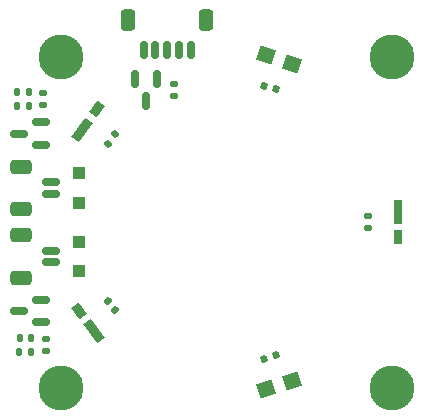
<source format=gbr>
%TF.GenerationSoftware,KiCad,Pcbnew,(6.0.7)*%
%TF.CreationDate,2022-10-21T23:46:11+08:00*%
%TF.ProjectId,pcb_middle,7063625f-6d69-4646-946c-652e6b696361,rev?*%
%TF.SameCoordinates,Original*%
%TF.FileFunction,Soldermask,Top*%
%TF.FilePolarity,Negative*%
%FSLAX46Y46*%
G04 Gerber Fmt 4.6, Leading zero omitted, Abs format (unit mm)*
G04 Created by KiCad (PCBNEW (6.0.7)) date 2022-10-21 23:46:11*
%MOMM*%
%LPD*%
G01*
G04 APERTURE LIST*
G04 Aperture macros list*
%AMRoundRect*
0 Rectangle with rounded corners*
0 $1 Rounding radius*
0 $2 $3 $4 $5 $6 $7 $8 $9 X,Y pos of 4 corners*
0 Add a 4 corners polygon primitive as box body*
4,1,4,$2,$3,$4,$5,$6,$7,$8,$9,$2,$3,0*
0 Add four circle primitives for the rounded corners*
1,1,$1+$1,$2,$3*
1,1,$1+$1,$4,$5*
1,1,$1+$1,$6,$7*
1,1,$1+$1,$8,$9*
0 Add four rect primitives between the rounded corners*
20,1,$1+$1,$2,$3,$4,$5,0*
20,1,$1+$1,$4,$5,$6,$7,0*
20,1,$1+$1,$6,$7,$8,$9,0*
20,1,$1+$1,$8,$9,$2,$3,0*%
%AMRotRect*
0 Rectangle, with rotation*
0 The origin of the aperture is its center*
0 $1 length*
0 $2 width*
0 $3 Rotation angle, in degrees counterclockwise*
0 Add horizontal line*
21,1,$1,$2,0,0,$3*%
G04 Aperture macros list end*
%ADD10RoundRect,0.150000X0.625000X-0.150000X0.625000X0.150000X-0.625000X0.150000X-0.625000X-0.150000X0*%
%ADD11RoundRect,0.250000X0.650000X-0.350000X0.650000X0.350000X-0.650000X0.350000X-0.650000X-0.350000X0*%
%ADD12C,3.800000*%
%ADD13C,2.600000*%
%ADD14RoundRect,0.135000X0.070317X-0.217958X0.229019X0.000477X-0.070317X0.217958X-0.229019X-0.000477X0*%
%ADD15RoundRect,0.135000X-0.185000X0.135000X-0.185000X-0.135000X0.185000X-0.135000X0.185000X0.135000X0*%
%ADD16RoundRect,0.150000X-0.150000X0.587500X-0.150000X-0.587500X0.150000X-0.587500X0.150000X0.587500X0*%
%ADD17RoundRect,0.150000X0.587500X0.150000X-0.587500X0.150000X-0.587500X-0.150000X0.587500X-0.150000X0*%
%ADD18RotRect,0.800000X2.000000X324.000000*%
%ADD19RotRect,0.800000X1.200000X324.000000*%
%ADD20R,1.000000X1.000000*%
%ADD21RoundRect,0.135000X-0.135000X-0.185000X0.135000X-0.185000X0.135000X0.185000X-0.135000X0.185000X0*%
%ADD22RoundRect,0.147500X-0.147500X-0.172500X0.147500X-0.172500X0.147500X0.172500X-0.147500X0.172500X0*%
%ADD23RoundRect,0.150000X-0.150000X-0.625000X0.150000X-0.625000X0.150000X0.625000X-0.150000X0.625000X0*%
%ADD24RoundRect,0.250000X-0.350000X-0.650000X0.350000X-0.650000X0.350000X0.650000X-0.350000X0.650000X0*%
%ADD25RoundRect,0.135000X0.229019X-0.000477X0.070317X0.217958X-0.229019X0.000477X-0.070317X-0.217958X0*%
%ADD26RotRect,1.350000X1.250000X198.000000*%
%ADD27RoundRect,0.135000X-0.185561X-0.134228X0.071224X-0.217663X0.185561X0.134228X-0.071224X0.217663X0*%
%ADD28RotRect,0.800000X2.000000X36.000000*%
%ADD29RotRect,0.800000X1.200000X36.000000*%
%ADD30R,0.800000X2.000000*%
%ADD31R,0.800000X1.200000*%
%ADD32RoundRect,0.135000X0.071224X0.217663X-0.185561X0.134228X-0.071224X-0.217663X0.185561X-0.134228X0*%
%ADD33RotRect,1.350000X1.250000X342.000000*%
G04 APERTURE END LIST*
D10*
%TO.C,J3*%
X-14874999Y-3399999D03*
X-14874999Y-2399999D03*
D11*
X-17399999Y-1099999D03*
X-17399999Y-4699999D03*
%TD*%
D12*
%TO.C,H1*%
X14000000Y14000001D03*
D13*
X14000000Y14000001D03*
%TD*%
D14*
%TO.C,R3*%
X-10007974Y6640824D03*
X-9408434Y7466022D03*
%TD*%
D15*
%TO.C,R2*%
X-15500000Y10910000D03*
X-15500000Y9890000D03*
%TD*%
D16*
%TO.C,Q2*%
X-5850000Y12137498D03*
X-7750000Y12137498D03*
X-6800000Y10262498D03*
%TD*%
D17*
%TO.C,Q3*%
X-15662500Y-8449998D03*
X-15662500Y-6549998D03*
X-17537500Y-7499998D03*
%TD*%
D18*
%TO.C,D2*%
X-12247997Y7810951D03*
D19*
X-10984259Y9550338D03*
%TD*%
D15*
%TO.C,R1*%
X12000001Y510000D03*
X12000001Y-510000D03*
%TD*%
D20*
%TO.C,D7*%
X-12500001Y-4150000D03*
X-12500001Y-1650000D03*
%TD*%
D21*
%TO.C,R10*%
X-17510000Y-11000000D03*
X-16490000Y-11000000D03*
%TD*%
D22*
%TO.C,D8*%
X-17685000Y9800001D03*
X-16715000Y9800001D03*
%TD*%
D20*
%TO.C,D3*%
X-12500000Y1650001D03*
X-12500000Y4150001D03*
%TD*%
D21*
%TO.C,R9*%
X-17710001Y11000000D03*
X-16690001Y11000000D03*
%TD*%
D23*
%TO.C,J1*%
X-7000002Y14575002D03*
X-6000002Y14575002D03*
X-5000002Y14575002D03*
X-4000002Y14575002D03*
X-3000002Y14575002D03*
D24*
X-1700002Y17100002D03*
X-8300002Y17100002D03*
%TD*%
D22*
%TO.C,D9*%
X-17484999Y-9800001D03*
X-16514999Y-9800001D03*
%TD*%
D13*
%TO.C,H3*%
X-14000000Y-14000001D03*
D12*
X-14000000Y-14000001D03*
%TD*%
D25*
%TO.C,R4*%
X-9408434Y-7466022D03*
X-10007974Y-6640824D03*
%TD*%
D26*
%TO.C,D6*%
X5598237Y-13427224D03*
X3363255Y-14153414D03*
%TD*%
D27*
%TO.C,R5*%
X3223165Y11570277D03*
X4193243Y11255079D03*
%TD*%
D12*
%TO.C,H4*%
X-14000001Y14000000D03*
D13*
X-14000001Y14000000D03*
%TD*%
D28*
%TO.C,D4*%
X-11213495Y-9234821D03*
D29*
X-12477233Y-7495434D03*
%TD*%
D30*
%TO.C,D1*%
X14500000Y880000D03*
D31*
X14500000Y-1270000D03*
%TD*%
D17*
%TO.C,Q1*%
X-15662500Y6550000D03*
X-15662500Y8450000D03*
X-17537500Y7500000D03*
%TD*%
D32*
%TO.C,R8*%
X4193243Y-11255079D03*
X3223165Y-11570277D03*
%TD*%
D10*
%TO.C,J2*%
X-14874999Y2400001D03*
X-14874999Y3400001D03*
D11*
X-17399999Y1100001D03*
X-17399999Y4700001D03*
%TD*%
D33*
%TO.C,D5*%
X3363255Y14153414D03*
X5598237Y13427224D03*
%TD*%
D15*
%TO.C,R6*%
X-4400001Y11710000D03*
X-4400001Y10690000D03*
%TD*%
%TO.C,R7*%
X-15300001Y-9890000D03*
X-15300001Y-10910000D03*
%TD*%
D13*
%TO.C,H2*%
X14000001Y-14000000D03*
D12*
X14000001Y-14000000D03*
%TD*%
M02*

</source>
